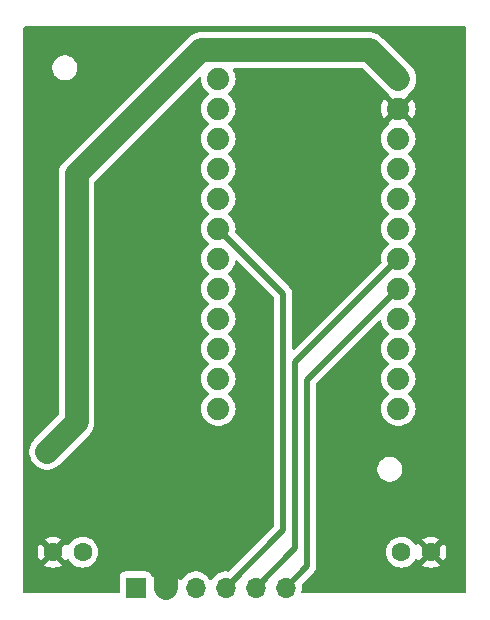
<source format=gbr>
%TF.GenerationSoftware,KiCad,Pcbnew,8.0.2-8.0.2-0~ubuntu22.04.1*%
%TF.CreationDate,2024-05-15T17:29:59+09:00*%
%TF.ProjectId,microcontroller_board,6d696372-6f63-46f6-9e74-726f6c6c6572,rev?*%
%TF.SameCoordinates,Original*%
%TF.FileFunction,Copper,L2,Bot*%
%TF.FilePolarity,Positive*%
%FSLAX46Y46*%
G04 Gerber Fmt 4.6, Leading zero omitted, Abs format (unit mm)*
G04 Created by KiCad (PCBNEW 8.0.2-8.0.2-0~ubuntu22.04.1) date 2024-05-15 17:29:59*
%MOMM*%
%LPD*%
G01*
G04 APERTURE LIST*
%TA.AperFunction,ComponentPad*%
%ADD10C,1.600000*%
%TD*%
%TA.AperFunction,ComponentPad*%
%ADD11C,1.879600*%
%TD*%
%TA.AperFunction,ComponentPad*%
%ADD12R,1.700000X1.700000*%
%TD*%
%TA.AperFunction,ComponentPad*%
%ADD13O,1.700000X1.700000*%
%TD*%
%TA.AperFunction,ViaPad*%
%ADD14C,0.800000*%
%TD*%
%TA.AperFunction,Conductor*%
%ADD15C,0.500000*%
%TD*%
%TA.AperFunction,Conductor*%
%ADD16C,2.000000*%
%TD*%
G04 APERTURE END LIST*
D10*
%TO.P,C1,1*%
%TO.N,/5V_AFTER_FUSE*%
X96500000Y-78500000D03*
%TO.P,C1,2*%
%TO.N,GND1*%
X94000000Y-78500000D03*
%TD*%
D11*
%TO.P,B1,1,TXO*%
%TO.N,unconnected-(B1-TXO-Pad1)*%
X108000000Y-38420000D03*
%TO.P,B1,2,RXI*%
%TO.N,unconnected-(B1-RXI-Pad2)*%
X108000000Y-40960000D03*
%TO.P,B1,3,GND*%
%TO.N,unconnected-(B1-GND-Pad3)*%
X108000000Y-43500000D03*
%TO.P,B1,4,GND*%
%TO.N,unconnected-(B1-GND-Pad4)*%
X108000000Y-46040000D03*
%TO.P,B1,5,2*%
%TO.N,Net-(B1-2)*%
X108000000Y-48580000D03*
%TO.P,B1,6,\u002A3*%
%TO.N,/LED_CONTROL_1*%
X108000000Y-51120000D03*
%TO.P,B1,7,4*%
%TO.N,Net-(B1-4)*%
X108000000Y-53660000D03*
%TO.P,B1,8,\u002A5*%
%TO.N,Net-(B1-\u002A5)*%
X108000000Y-56200000D03*
%TO.P,B1,9,\u002A6*%
%TO.N,unconnected-(B1-\u002A6-Pad9)*%
X108000000Y-58740000D03*
%TO.P,B1,10,7*%
%TO.N,unconnected-(B1-7-Pad10)*%
X108000000Y-61280000D03*
%TO.P,B1,11,8*%
%TO.N,unconnected-(B1-8-Pad11)*%
X108000000Y-63820000D03*
%TO.P,B1,12,\u002A9*%
%TO.N,unconnected-(B1-\u002A9-Pad12)*%
X108000000Y-66360000D03*
%TO.P,B1,13,\u002A10*%
%TO.N,unconnected-(B1-\u002A10-Pad13)*%
X123240000Y-66360000D03*
%TO.P,B1,14,11(MOSI)*%
%TO.N,unconnected-(B1-11(MOSI)-Pad14)*%
X123240000Y-63820000D03*
%TO.P,B1,15,12(MISO)*%
%TO.N,unconnected-(B1-12(MISO)-Pad15)*%
X123240000Y-61280000D03*
%TO.P,B1,16,13(SCK)*%
%TO.N,unconnected-(B1-13(SCK)-Pad16)*%
X123240000Y-58740000D03*
%TO.P,B1,17,A0*%
%TO.N,/RIGHT_SIGNAL_1*%
X123240000Y-56200000D03*
%TO.P,B1,18,A1*%
%TO.N,/LEFT_SIGNAL_1*%
X123240000Y-53660000D03*
%TO.P,B1,19,A2*%
%TO.N,unconnected-(B1-A2-Pad19)*%
X123240000Y-51120000D03*
%TO.P,B1,20,A3*%
%TO.N,unconnected-(B1-A3-Pad20)*%
X123240000Y-48580000D03*
%TO.P,B1,21,VCC*%
%TO.N,/VCC_1*%
X123240000Y-46040000D03*
%TO.P,B1,22,RESET*%
%TO.N,Net-(B1-RESET)*%
X123240000Y-43500000D03*
%TO.P,B1,23,GND*%
%TO.N,GND1*%
X123240000Y-40960000D03*
%TO.P,B1,24,RAW*%
%TO.N,+5V_1*%
X123240000Y-38420000D03*
%TD*%
D12*
%TO.P,J1,1,Pin_1*%
%TO.N,/LED_POWER_1*%
X101000000Y-81500000D03*
D13*
%TO.P,J1,2,Pin_2*%
%TO.N,GND1*%
X103540000Y-81500000D03*
%TO.P,J1,3,Pin_3*%
%TO.N,/VCC_1*%
X106080000Y-81500000D03*
%TO.P,J1,4,Pin_4*%
%TO.N,/LED_CONTROL_1*%
X108620000Y-81500000D03*
%TO.P,J1,5,Pin_5*%
%TO.N,/LEFT_SIGNAL_1*%
X111160000Y-81500000D03*
%TO.P,J1,6,Pin_6*%
%TO.N,/RIGHT_SIGNAL_1*%
X113700000Y-81500000D03*
%TD*%
D10*
%TO.P,C2,1*%
%TO.N,/VCC_1*%
X123500000Y-78500000D03*
%TO.P,C2,2*%
%TO.N,GND1*%
X126000000Y-78500000D03*
%TD*%
D14*
%TO.N,+5V_1*%
X93500000Y-70000000D03*
%TD*%
D15*
%TO.N,/LED_CONTROL_1*%
X108000000Y-51120000D02*
X113500000Y-56620000D01*
X113500000Y-76620000D02*
X108620000Y-81500000D01*
X113500000Y-56620000D02*
X113500000Y-76620000D01*
%TO.N,/LEFT_SIGNAL_1*%
X123240000Y-53660000D02*
X114500000Y-62400000D01*
X114500000Y-78160000D02*
X111160000Y-81500000D01*
X114500000Y-62400000D02*
X114500000Y-78160000D01*
D16*
%TO.N,GND1*%
X103540000Y-81500000D02*
X103540000Y-79960000D01*
X103540000Y-79960000D02*
X104000000Y-79500000D01*
D15*
%TO.N,/RIGHT_SIGNAL_1*%
X123240000Y-56200000D02*
X115500000Y-63940000D01*
X115500000Y-79700000D02*
X113700000Y-81500000D01*
X115500000Y-63940000D02*
X115500000Y-79700000D01*
D16*
%TO.N,+5V_1*%
X96000000Y-46500000D02*
X96000000Y-67500000D01*
X106500000Y-36000000D02*
X96000000Y-46500000D01*
X96000000Y-67500000D02*
X93500000Y-70000000D01*
X123240000Y-38420000D02*
X120820000Y-36000000D01*
X120820000Y-36000000D02*
X106500000Y-36000000D01*
%TD*%
%TA.AperFunction,Conductor*%
%TO.N,GND1*%
G36*
X128942121Y-34020002D02*
G01*
X128988614Y-34073658D01*
X129000000Y-34126000D01*
X129000000Y-81874000D01*
X128979998Y-81942121D01*
X128926342Y-81988614D01*
X128874000Y-82000000D01*
X115136649Y-82000000D01*
X115068528Y-81979998D01*
X115022035Y-81926342D01*
X115011931Y-81856068D01*
X115014505Y-81843068D01*
X115042125Y-81733998D01*
X115044564Y-81724368D01*
X115063156Y-81500000D01*
X115045750Y-81289951D01*
X115060059Y-81220415D01*
X115082219Y-81190460D01*
X116089165Y-80183516D01*
X116172173Y-80059285D01*
X116172174Y-80059284D01*
X116229351Y-79921246D01*
X116258500Y-79774706D01*
X116258500Y-78500000D01*
X122186502Y-78500000D01*
X122206457Y-78728086D01*
X122265715Y-78949240D01*
X122265717Y-78949246D01*
X122362477Y-79156749D01*
X122486328Y-79333627D01*
X122493802Y-79344300D01*
X122655700Y-79506198D01*
X122843251Y-79637523D01*
X123050757Y-79734284D01*
X123271913Y-79793543D01*
X123500000Y-79813498D01*
X123728087Y-79793543D01*
X123949243Y-79734284D01*
X124156749Y-79637523D01*
X124344300Y-79506198D01*
X124506198Y-79344300D01*
X124637523Y-79156749D01*
X124637523Y-79156748D01*
X124637525Y-79156746D01*
X124640274Y-79151985D01*
X124642082Y-79153028D01*
X124682990Y-79106561D01*
X124751265Y-79087095D01*
X124819227Y-79107631D01*
X124858349Y-79152779D01*
X124860161Y-79151734D01*
X124862913Y-79156501D01*
X124912899Y-79227888D01*
X125600000Y-78540788D01*
X125600000Y-78552661D01*
X125627259Y-78654394D01*
X125679920Y-78745606D01*
X125754394Y-78820080D01*
X125845606Y-78872741D01*
X125947339Y-78900000D01*
X125959210Y-78900000D01*
X125272110Y-79587098D01*
X125272110Y-79587100D01*
X125343498Y-79637086D01*
X125550926Y-79733811D01*
X125550931Y-79733813D01*
X125771999Y-79793048D01*
X125771995Y-79793048D01*
X126000000Y-79812995D01*
X126228002Y-79793048D01*
X126449068Y-79733813D01*
X126449073Y-79733811D01*
X126656497Y-79637088D01*
X126727888Y-79587099D01*
X126727888Y-79587097D01*
X126040791Y-78900000D01*
X126052661Y-78900000D01*
X126154394Y-78872741D01*
X126245606Y-78820080D01*
X126320080Y-78745606D01*
X126372741Y-78654394D01*
X126400000Y-78552661D01*
X126400000Y-78540791D01*
X127087097Y-79227888D01*
X127087099Y-79227888D01*
X127137088Y-79156497D01*
X127233811Y-78949073D01*
X127233813Y-78949068D01*
X127293048Y-78728002D01*
X127312995Y-78500000D01*
X127293048Y-78271997D01*
X127233813Y-78050931D01*
X127233811Y-78050926D01*
X127137086Y-77843498D01*
X127087100Y-77772110D01*
X127087098Y-77772110D01*
X126400000Y-78459208D01*
X126400000Y-78447339D01*
X126372741Y-78345606D01*
X126320080Y-78254394D01*
X126245606Y-78179920D01*
X126154394Y-78127259D01*
X126052661Y-78100000D01*
X126040790Y-78100000D01*
X126727888Y-77412899D01*
X126727888Y-77412898D01*
X126656501Y-77362913D01*
X126449073Y-77266188D01*
X126449068Y-77266186D01*
X126228000Y-77206951D01*
X126228004Y-77206951D01*
X126000000Y-77187004D01*
X125771997Y-77206951D01*
X125550931Y-77266186D01*
X125550926Y-77266188D01*
X125343500Y-77362913D01*
X125272109Y-77412900D01*
X125959209Y-78100000D01*
X125947339Y-78100000D01*
X125845606Y-78127259D01*
X125754394Y-78179920D01*
X125679920Y-78254394D01*
X125627259Y-78345606D01*
X125600000Y-78447339D01*
X125600000Y-78459209D01*
X124912900Y-77772109D01*
X124862912Y-77843501D01*
X124860161Y-77848267D01*
X124858288Y-77847185D01*
X124817536Y-77893455D01*
X124749256Y-77912905D01*
X124681299Y-77892352D01*
X124642018Y-77847008D01*
X124640274Y-77848015D01*
X124637525Y-77843253D01*
X124506200Y-77655703D01*
X124506195Y-77655697D01*
X124344302Y-77493804D01*
X124344296Y-77493799D01*
X124156749Y-77362477D01*
X123949246Y-77265717D01*
X123949240Y-77265715D01*
X123855771Y-77240670D01*
X123728087Y-77206457D01*
X123500000Y-77186502D01*
X123271913Y-77206457D01*
X123050759Y-77265715D01*
X123050753Y-77265717D01*
X122843250Y-77362477D01*
X122655703Y-77493799D01*
X122655697Y-77493804D01*
X122493804Y-77655697D01*
X122493799Y-77655703D01*
X122362477Y-77843250D01*
X122265717Y-78050753D01*
X122265715Y-78050759D01*
X122206457Y-78271913D01*
X122186502Y-78500000D01*
X116258500Y-78500000D01*
X116258500Y-71396532D01*
X121449500Y-71396532D01*
X121449500Y-71396535D01*
X121449500Y-71603465D01*
X121489870Y-71806420D01*
X121569059Y-71997598D01*
X121684023Y-72169655D01*
X121684024Y-72169656D01*
X121684029Y-72169662D01*
X121830337Y-72315970D01*
X121830343Y-72315975D01*
X121830345Y-72315977D01*
X122002402Y-72430941D01*
X122193580Y-72510130D01*
X122396535Y-72550500D01*
X122396536Y-72550500D01*
X122603464Y-72550500D01*
X122603465Y-72550500D01*
X122806420Y-72510130D01*
X122997598Y-72430941D01*
X123169655Y-72315977D01*
X123315977Y-72169655D01*
X123430941Y-71997598D01*
X123510130Y-71806420D01*
X123550500Y-71603465D01*
X123550500Y-71396535D01*
X123510130Y-71193580D01*
X123430941Y-71002402D01*
X123315977Y-70830345D01*
X123315975Y-70830343D01*
X123315970Y-70830337D01*
X123169662Y-70684029D01*
X123169656Y-70684024D01*
X123169655Y-70684023D01*
X122997598Y-70569059D01*
X122806420Y-70489870D01*
X122603467Y-70449500D01*
X122603465Y-70449500D01*
X122396535Y-70449500D01*
X122396532Y-70449500D01*
X122193579Y-70489870D01*
X122193574Y-70489872D01*
X122002402Y-70569059D01*
X121830343Y-70684024D01*
X121830337Y-70684029D01*
X121684029Y-70830337D01*
X121684024Y-70830343D01*
X121569059Y-71002402D01*
X121489872Y-71193574D01*
X121489870Y-71193579D01*
X121449500Y-71396532D01*
X116258500Y-71396532D01*
X116258500Y-64306370D01*
X116278502Y-64238249D01*
X116295400Y-64217280D01*
X121594577Y-58918102D01*
X121656887Y-58884078D01*
X121727702Y-58889143D01*
X121784538Y-58931690D01*
X121805814Y-58976268D01*
X121865476Y-59211870D01*
X121865477Y-59211871D01*
X121865478Y-59211874D01*
X121961892Y-59431677D01*
X122093171Y-59632613D01*
X122093174Y-59632617D01*
X122093176Y-59632619D01*
X122255725Y-59809195D01*
X122255731Y-59809201D01*
X122255734Y-59809203D01*
X122255737Y-59809206D01*
X122385967Y-59910569D01*
X122427438Y-59968194D01*
X122431171Y-60039092D01*
X122395981Y-60100754D01*
X122385967Y-60109431D01*
X122255737Y-60210793D01*
X122255725Y-60210804D01*
X122093176Y-60387380D01*
X121961892Y-60588323D01*
X121865477Y-60808128D01*
X121865476Y-60808129D01*
X121806558Y-61040793D01*
X121786736Y-61280000D01*
X121806558Y-61519206D01*
X121865476Y-61751870D01*
X121865477Y-61751871D01*
X121865478Y-61751874D01*
X121961892Y-61971677D01*
X122093171Y-62172613D01*
X122093174Y-62172617D01*
X122093176Y-62172619D01*
X122255725Y-62349195D01*
X122255731Y-62349201D01*
X122255734Y-62349203D01*
X122255737Y-62349206D01*
X122385967Y-62450569D01*
X122427438Y-62508194D01*
X122431171Y-62579092D01*
X122395981Y-62640754D01*
X122385967Y-62649431D01*
X122255737Y-62750793D01*
X122255725Y-62750804D01*
X122093176Y-62927380D01*
X122093172Y-62927385D01*
X122093171Y-62927387D01*
X121974635Y-63108819D01*
X121961892Y-63128323D01*
X121865477Y-63348128D01*
X121865476Y-63348129D01*
X121806558Y-63580793D01*
X121786736Y-63820000D01*
X121806558Y-64059206D01*
X121865476Y-64291870D01*
X121865477Y-64291871D01*
X121865478Y-64291874D01*
X121961892Y-64511677D01*
X122093171Y-64712613D01*
X122093174Y-64712617D01*
X122093176Y-64712619D01*
X122255725Y-64889195D01*
X122255731Y-64889201D01*
X122255734Y-64889203D01*
X122255737Y-64889206D01*
X122385967Y-64990569D01*
X122427438Y-65048194D01*
X122431171Y-65119092D01*
X122395981Y-65180754D01*
X122385967Y-65189431D01*
X122255737Y-65290793D01*
X122255725Y-65290804D01*
X122093176Y-65467380D01*
X121961892Y-65668323D01*
X121865477Y-65888128D01*
X121865476Y-65888129D01*
X121806558Y-66120793D01*
X121786736Y-66360000D01*
X121806558Y-66599206D01*
X121865476Y-66831870D01*
X121865477Y-66831871D01*
X121865478Y-66831874D01*
X121961892Y-67051677D01*
X122093171Y-67252613D01*
X122093174Y-67252617D01*
X122093176Y-67252619D01*
X122255725Y-67429195D01*
X122255731Y-67429201D01*
X122445140Y-67576624D01*
X122656231Y-67690860D01*
X122883245Y-67768795D01*
X123119990Y-67808300D01*
X123119994Y-67808300D01*
X123360006Y-67808300D01*
X123360010Y-67808300D01*
X123596755Y-67768795D01*
X123823769Y-67690860D01*
X124034860Y-67576624D01*
X124224269Y-67429201D01*
X124386829Y-67252613D01*
X124518108Y-67051677D01*
X124614522Y-66831874D01*
X124673443Y-66599199D01*
X124693264Y-66360000D01*
X124673443Y-66120801D01*
X124614522Y-65888126D01*
X124518108Y-65668323D01*
X124386829Y-65467387D01*
X124224269Y-65290799D01*
X124094031Y-65189430D01*
X124052561Y-65131807D01*
X124048827Y-65060908D01*
X124084017Y-64999246D01*
X124094031Y-64990569D01*
X124224269Y-64889201D01*
X124386829Y-64712613D01*
X124518108Y-64511677D01*
X124614522Y-64291874D01*
X124673443Y-64059199D01*
X124693264Y-63820000D01*
X124673443Y-63580801D01*
X124614522Y-63348126D01*
X124518108Y-63128323D01*
X124386829Y-62927387D01*
X124355839Y-62893723D01*
X124224274Y-62750804D01*
X124224272Y-62750802D01*
X124224269Y-62750799D01*
X124094031Y-62649430D01*
X124052561Y-62591807D01*
X124048827Y-62520908D01*
X124084017Y-62459246D01*
X124094031Y-62450569D01*
X124224269Y-62349201D01*
X124386829Y-62172613D01*
X124518108Y-61971677D01*
X124614522Y-61751874D01*
X124673443Y-61519199D01*
X124693264Y-61280000D01*
X124673443Y-61040801D01*
X124614522Y-60808126D01*
X124518108Y-60588323D01*
X124386829Y-60387387D01*
X124224269Y-60210799D01*
X124094031Y-60109430D01*
X124052561Y-60051807D01*
X124048827Y-59980908D01*
X124084017Y-59919246D01*
X124094031Y-59910569D01*
X124224269Y-59809201D01*
X124386829Y-59632613D01*
X124518108Y-59431677D01*
X124614522Y-59211874D01*
X124673443Y-58979199D01*
X124693264Y-58740000D01*
X124673443Y-58500801D01*
X124614522Y-58268126D01*
X124518108Y-58048323D01*
X124386829Y-57847387D01*
X124224269Y-57670799D01*
X124094031Y-57569430D01*
X124052561Y-57511807D01*
X124048827Y-57440908D01*
X124084017Y-57379246D01*
X124094031Y-57370569D01*
X124224269Y-57269201D01*
X124386829Y-57092613D01*
X124518108Y-56891677D01*
X124614522Y-56671874D01*
X124673443Y-56439199D01*
X124693264Y-56200000D01*
X124673443Y-55960801D01*
X124614522Y-55728126D01*
X124518108Y-55508323D01*
X124386829Y-55307387D01*
X124224269Y-55130799D01*
X124094031Y-55029430D01*
X124052561Y-54971807D01*
X124048827Y-54900908D01*
X124084017Y-54839246D01*
X124094031Y-54830569D01*
X124224269Y-54729201D01*
X124386829Y-54552613D01*
X124518108Y-54351677D01*
X124614522Y-54131874D01*
X124673443Y-53899199D01*
X124693264Y-53660000D01*
X124673443Y-53420801D01*
X124614522Y-53188126D01*
X124518108Y-52968323D01*
X124386829Y-52767387D01*
X124224269Y-52590799D01*
X124094031Y-52489430D01*
X124052561Y-52431807D01*
X124048827Y-52360908D01*
X124084017Y-52299246D01*
X124094031Y-52290569D01*
X124224269Y-52189201D01*
X124386829Y-52012613D01*
X124518108Y-51811677D01*
X124614522Y-51591874D01*
X124673443Y-51359199D01*
X124693264Y-51120000D01*
X124673443Y-50880801D01*
X124614522Y-50648126D01*
X124518108Y-50428323D01*
X124386829Y-50227387D01*
X124224269Y-50050799D01*
X124094031Y-49949430D01*
X124052561Y-49891807D01*
X124048827Y-49820908D01*
X124084017Y-49759246D01*
X124094031Y-49750569D01*
X124224269Y-49649201D01*
X124386829Y-49472613D01*
X124518108Y-49271677D01*
X124614522Y-49051874D01*
X124673443Y-48819199D01*
X124693264Y-48580000D01*
X124673443Y-48340801D01*
X124614522Y-48108126D01*
X124518108Y-47888323D01*
X124386829Y-47687387D01*
X124224269Y-47510799D01*
X124094031Y-47409430D01*
X124052561Y-47351807D01*
X124048827Y-47280908D01*
X124084017Y-47219246D01*
X124094031Y-47210569D01*
X124224269Y-47109201D01*
X124386829Y-46932613D01*
X124518108Y-46731677D01*
X124614522Y-46511874D01*
X124673443Y-46279199D01*
X124693264Y-46040000D01*
X124673443Y-45800801D01*
X124614522Y-45568126D01*
X124518108Y-45348323D01*
X124386829Y-45147387D01*
X124224269Y-44970799D01*
X124094031Y-44869430D01*
X124052561Y-44811807D01*
X124048827Y-44740908D01*
X124084017Y-44679246D01*
X124094031Y-44670569D01*
X124224269Y-44569201D01*
X124386829Y-44392613D01*
X124518108Y-44191677D01*
X124614522Y-43971874D01*
X124673443Y-43739199D01*
X124693264Y-43500000D01*
X124673443Y-43260801D01*
X124614522Y-43028126D01*
X124518108Y-42808323D01*
X124386829Y-42607387D01*
X124224269Y-42430799D01*
X124093623Y-42329113D01*
X124052153Y-42271488D01*
X124048419Y-42200590D01*
X124068672Y-42165100D01*
X124069679Y-42148888D01*
X123371481Y-41450690D01*
X123436081Y-41433381D01*
X123551920Y-41366502D01*
X123646502Y-41271920D01*
X123713381Y-41156081D01*
X123730690Y-41091481D01*
X124427955Y-41788746D01*
X124427956Y-41788746D01*
X124517667Y-41651434D01*
X124614045Y-41431714D01*
X124614048Y-41431707D01*
X124672946Y-41199124D01*
X124692761Y-40960000D01*
X124672946Y-40720875D01*
X124614048Y-40488292D01*
X124614045Y-40488285D01*
X124517667Y-40268565D01*
X124427956Y-40131252D01*
X123730690Y-40828518D01*
X123713381Y-40763919D01*
X123646502Y-40648080D01*
X123551920Y-40553498D01*
X123436081Y-40486619D01*
X123371480Y-40469309D01*
X124069677Y-39771111D01*
X124068661Y-39754735D01*
X124084403Y-39685506D01*
X124120354Y-39644994D01*
X124222722Y-39570620D01*
X124390620Y-39402722D01*
X124530185Y-39210627D01*
X124637982Y-38999063D01*
X124711356Y-38773241D01*
X124748501Y-38538722D01*
X124748501Y-38301278D01*
X124711356Y-38066759D01*
X124637982Y-37840937D01*
X124530185Y-37629373D01*
X124390620Y-37437279D01*
X124390618Y-37437276D01*
X124390615Y-37437273D01*
X121975030Y-35021689D01*
X121975010Y-35021667D01*
X121802727Y-34849384D01*
X121802724Y-34849382D01*
X121802722Y-34849380D01*
X121610627Y-34709815D01*
X121399063Y-34602018D01*
X121399060Y-34602017D01*
X121399058Y-34602016D01*
X121173245Y-34528645D01*
X121173243Y-34528644D01*
X121173241Y-34528644D01*
X120938722Y-34491499D01*
X120701278Y-34491499D01*
X120696085Y-34491499D01*
X120696061Y-34491500D01*
X106381278Y-34491500D01*
X106146759Y-34528644D01*
X106146753Y-34528645D01*
X105920941Y-34602016D01*
X105920935Y-34602019D01*
X105709369Y-34709817D01*
X105517277Y-34849380D01*
X105433329Y-34933329D01*
X105349380Y-35017278D01*
X105349377Y-35017281D01*
X95017281Y-45349377D01*
X95017278Y-45349380D01*
X94933329Y-45433329D01*
X94849380Y-45517277D01*
X94812437Y-45568126D01*
X94709817Y-45709369D01*
X94602019Y-45920935D01*
X94602016Y-45920941D01*
X94528645Y-46146754D01*
X94491499Y-46381281D01*
X94491499Y-46623914D01*
X94491500Y-46623939D01*
X94491500Y-66822968D01*
X94471498Y-66891089D01*
X94454595Y-66912063D01*
X92349384Y-69017273D01*
X92349381Y-69017276D01*
X92209817Y-69209369D01*
X92102019Y-69420935D01*
X92102016Y-69420941D01*
X92028645Y-69646754D01*
X92028644Y-69646757D01*
X92028644Y-69646759D01*
X91991499Y-69881278D01*
X91991499Y-70118722D01*
X92028644Y-70353241D01*
X92028645Y-70353245D01*
X92098767Y-70569059D01*
X92102018Y-70579063D01*
X92155501Y-70684029D01*
X92209817Y-70790630D01*
X92349381Y-70982723D01*
X92517276Y-71150618D01*
X92517279Y-71150620D01*
X92709373Y-71290185D01*
X92920937Y-71397982D01*
X93146759Y-71471356D01*
X93381278Y-71508501D01*
X93381281Y-71508501D01*
X93618719Y-71508501D01*
X93618722Y-71508501D01*
X93853241Y-71471356D01*
X94079063Y-71397982D01*
X94290627Y-71290185D01*
X94482721Y-71150620D01*
X96975540Y-68657799D01*
X96975553Y-68657789D01*
X97150615Y-68482727D01*
X97150620Y-68482722D01*
X97290185Y-68290627D01*
X97397982Y-68079063D01*
X97471356Y-67853241D01*
X97497075Y-67690860D01*
X97508501Y-67618722D01*
X97508501Y-67381278D01*
X97508501Y-67376821D01*
X97508500Y-67376791D01*
X97508500Y-47177030D01*
X97528502Y-47108909D01*
X97545400Y-47087940D01*
X106333810Y-38299529D01*
X106396120Y-38265505D01*
X106466935Y-38270570D01*
X106523771Y-38313117D01*
X106548582Y-38379637D01*
X106548473Y-38399027D01*
X106546736Y-38419996D01*
X106546736Y-38420000D01*
X106556573Y-38538718D01*
X106566558Y-38659206D01*
X106625476Y-38891870D01*
X106625477Y-38891871D01*
X106625478Y-38891874D01*
X106721892Y-39111677D01*
X106853171Y-39312613D01*
X106853174Y-39312617D01*
X106853176Y-39312619D01*
X106936126Y-39402727D01*
X107015731Y-39489201D01*
X107015734Y-39489203D01*
X107015737Y-39489206D01*
X107145967Y-39590569D01*
X107187438Y-39648194D01*
X107191171Y-39719092D01*
X107155981Y-39780754D01*
X107145967Y-39789431D01*
X107015737Y-39890793D01*
X107015725Y-39890804D01*
X106853176Y-40067380D01*
X106853172Y-40067385D01*
X106853171Y-40067387D01*
X106811446Y-40131252D01*
X106721892Y-40268323D01*
X106625477Y-40488128D01*
X106625476Y-40488129D01*
X106566558Y-40720793D01*
X106546736Y-40960000D01*
X106566558Y-41199206D01*
X106625476Y-41431870D01*
X106625477Y-41431871D01*
X106625478Y-41431874D01*
X106721892Y-41651677D01*
X106853171Y-41852613D01*
X106853174Y-41852617D01*
X106853176Y-41852619D01*
X107015725Y-42029195D01*
X107015731Y-42029201D01*
X107015734Y-42029203D01*
X107015737Y-42029206D01*
X107145967Y-42130569D01*
X107187438Y-42188194D01*
X107191171Y-42259092D01*
X107155981Y-42320754D01*
X107145967Y-42329431D01*
X107015737Y-42430793D01*
X107015725Y-42430804D01*
X106853176Y-42607380D01*
X106721892Y-42808323D01*
X106625477Y-43028128D01*
X106625476Y-43028129D01*
X106566558Y-43260793D01*
X106546736Y-43500000D01*
X106566558Y-43739206D01*
X106625476Y-43971870D01*
X106625477Y-43971871D01*
X106625478Y-43971874D01*
X106721892Y-44191677D01*
X106853171Y-44392613D01*
X106853174Y-44392617D01*
X106853176Y-44392619D01*
X107015725Y-44569195D01*
X107015731Y-44569201D01*
X107015734Y-44569203D01*
X107015737Y-44569206D01*
X107145967Y-44670569D01*
X107187438Y-44728194D01*
X107191171Y-44799092D01*
X107155981Y-44860754D01*
X107145967Y-44869431D01*
X107015737Y-44970793D01*
X107015725Y-44970804D01*
X106853176Y-45147380D01*
X106721892Y-45348323D01*
X106625478Y-45568126D01*
X106566558Y-45800793D01*
X106566557Y-45800799D01*
X106566557Y-45800801D01*
X106546736Y-46040000D01*
X106555582Y-46146759D01*
X106566558Y-46279206D01*
X106625476Y-46511870D01*
X106625477Y-46511871D01*
X106625478Y-46511874D01*
X106721892Y-46731677D01*
X106853171Y-46932613D01*
X106853174Y-46932617D01*
X106853176Y-46932619D01*
X106996154Y-47087935D01*
X107015731Y-47109201D01*
X107015734Y-47109203D01*
X107015737Y-47109206D01*
X107145967Y-47210569D01*
X107187438Y-47268194D01*
X107191171Y-47339092D01*
X107155981Y-47400754D01*
X107145967Y-47409431D01*
X107015737Y-47510793D01*
X107015725Y-47510804D01*
X106853176Y-47687380D01*
X106721892Y-47888323D01*
X106625477Y-48108128D01*
X106625476Y-48108129D01*
X106566558Y-48340793D01*
X106546736Y-48580000D01*
X106566558Y-48819206D01*
X106625476Y-49051870D01*
X106625477Y-49051871D01*
X106625478Y-49051874D01*
X106721892Y-49271677D01*
X106853171Y-49472613D01*
X106853174Y-49472617D01*
X106853176Y-49472619D01*
X107015725Y-49649195D01*
X107015731Y-49649201D01*
X107015734Y-49649203D01*
X107015737Y-49649206D01*
X107145967Y-49750569D01*
X107187438Y-49808194D01*
X107191171Y-49879092D01*
X107155981Y-49940754D01*
X107145967Y-49949431D01*
X107015737Y-50050793D01*
X107015725Y-50050804D01*
X106853176Y-50227380D01*
X106721892Y-50428323D01*
X106625477Y-50648128D01*
X106625476Y-50648129D01*
X106566558Y-50880793D01*
X106546736Y-51120000D01*
X106566558Y-51359206D01*
X106625476Y-51591870D01*
X106625477Y-51591871D01*
X106625478Y-51591874D01*
X106721892Y-51811677D01*
X106853171Y-52012613D01*
X106853174Y-52012617D01*
X106853176Y-52012619D01*
X107015725Y-52189195D01*
X107015731Y-52189201D01*
X107015734Y-52189203D01*
X107015737Y-52189206D01*
X107145967Y-52290569D01*
X107187438Y-52348194D01*
X107191171Y-52419092D01*
X107155981Y-52480754D01*
X107145967Y-52489431D01*
X107015737Y-52590793D01*
X107015725Y-52590804D01*
X106853176Y-52767380D01*
X106721892Y-52968323D01*
X106625477Y-53188128D01*
X106625476Y-53188129D01*
X106566558Y-53420793D01*
X106566557Y-53420799D01*
X106566557Y-53420801D01*
X106546736Y-53660000D01*
X106566314Y-53896269D01*
X106566558Y-53899206D01*
X106625476Y-54131870D01*
X106625477Y-54131871D01*
X106625478Y-54131874D01*
X106721892Y-54351677D01*
X106853171Y-54552613D01*
X106853174Y-54552617D01*
X106853176Y-54552619D01*
X107015725Y-54729195D01*
X107015731Y-54729201D01*
X107015734Y-54729203D01*
X107015737Y-54729206D01*
X107145967Y-54830569D01*
X107187438Y-54888194D01*
X107191171Y-54959092D01*
X107155981Y-55020754D01*
X107145967Y-55029431D01*
X107015737Y-55130793D01*
X107015725Y-55130804D01*
X106853176Y-55307380D01*
X106721892Y-55508323D01*
X106625477Y-55728128D01*
X106625476Y-55728129D01*
X106566558Y-55960793D01*
X106566557Y-55960799D01*
X106566557Y-55960801D01*
X106546736Y-56200000D01*
X106566314Y-56436271D01*
X106566558Y-56439206D01*
X106625476Y-56671870D01*
X106625477Y-56671871D01*
X106625478Y-56671874D01*
X106721892Y-56891677D01*
X106853171Y-57092613D01*
X106853174Y-57092617D01*
X106853176Y-57092619D01*
X107015725Y-57269195D01*
X107015731Y-57269201D01*
X107015734Y-57269203D01*
X107015737Y-57269206D01*
X107145967Y-57370569D01*
X107187438Y-57428194D01*
X107191171Y-57499092D01*
X107155981Y-57560754D01*
X107145967Y-57569431D01*
X107015737Y-57670793D01*
X107015725Y-57670804D01*
X106853176Y-57847380D01*
X106721892Y-58048323D01*
X106625477Y-58268128D01*
X106625476Y-58268129D01*
X106566558Y-58500793D01*
X106566557Y-58500799D01*
X106566557Y-58500801D01*
X106546736Y-58740000D01*
X106566314Y-58976268D01*
X106566558Y-58979206D01*
X106625476Y-59211870D01*
X106625477Y-59211871D01*
X106625478Y-59211874D01*
X106721892Y-59431677D01*
X106853171Y-59632613D01*
X106853174Y-59632617D01*
X106853176Y-59632619D01*
X107015725Y-59809195D01*
X107015731Y-59809201D01*
X107015734Y-59809203D01*
X107015737Y-59809206D01*
X107145967Y-59910569D01*
X107187438Y-59968194D01*
X107191171Y-60039092D01*
X107155981Y-60100754D01*
X107145967Y-60109431D01*
X107015737Y-60210793D01*
X107015725Y-60210804D01*
X106853176Y-60387380D01*
X106721892Y-60588323D01*
X106625477Y-60808128D01*
X106625476Y-60808129D01*
X106566558Y-61040793D01*
X106546736Y-61280000D01*
X106566558Y-61519206D01*
X106625476Y-61751870D01*
X106625477Y-61751871D01*
X106625478Y-61751874D01*
X106721892Y-61971677D01*
X106853171Y-62172613D01*
X106853174Y-62172617D01*
X106853176Y-62172619D01*
X107015725Y-62349195D01*
X107015731Y-62349201D01*
X107015734Y-62349203D01*
X107015737Y-62349206D01*
X107145967Y-62450569D01*
X107187438Y-62508194D01*
X107191171Y-62579092D01*
X107155981Y-62640754D01*
X107145967Y-62649431D01*
X107015737Y-62750793D01*
X107015725Y-62750804D01*
X106853176Y-62927380D01*
X106853172Y-62927385D01*
X106853171Y-62927387D01*
X106734635Y-63108819D01*
X106721892Y-63128323D01*
X106625477Y-63348128D01*
X106625476Y-63348129D01*
X106566558Y-63580793D01*
X106546736Y-63820000D01*
X106566558Y-64059206D01*
X106625476Y-64291870D01*
X106625477Y-64291871D01*
X106625478Y-64291874D01*
X106721892Y-64511677D01*
X106853171Y-64712613D01*
X106853174Y-64712617D01*
X106853176Y-64712619D01*
X107015725Y-64889195D01*
X107015731Y-64889201D01*
X107015734Y-64889203D01*
X107015737Y-64889206D01*
X107145967Y-64990569D01*
X107187438Y-65048194D01*
X107191171Y-65119092D01*
X107155981Y-65180754D01*
X107145967Y-65189431D01*
X107015737Y-65290793D01*
X107015725Y-65290804D01*
X106853176Y-65467380D01*
X106721892Y-65668323D01*
X106625477Y-65888128D01*
X106625476Y-65888129D01*
X106566558Y-66120793D01*
X106546736Y-66360000D01*
X106566558Y-66599206D01*
X106625476Y-66831870D01*
X106625477Y-66831871D01*
X106625478Y-66831874D01*
X106721892Y-67051677D01*
X106853171Y-67252613D01*
X106853174Y-67252617D01*
X106853176Y-67252619D01*
X107015725Y-67429195D01*
X107015731Y-67429201D01*
X107205140Y-67576624D01*
X107416231Y-67690860D01*
X107643245Y-67768795D01*
X107879990Y-67808300D01*
X107879994Y-67808300D01*
X108120006Y-67808300D01*
X108120010Y-67808300D01*
X108356755Y-67768795D01*
X108583769Y-67690860D01*
X108794860Y-67576624D01*
X108984269Y-67429201D01*
X109146829Y-67252613D01*
X109278108Y-67051677D01*
X109374522Y-66831874D01*
X109433443Y-66599199D01*
X109453264Y-66360000D01*
X109433443Y-66120801D01*
X109374522Y-65888126D01*
X109278108Y-65668323D01*
X109146829Y-65467387D01*
X108984269Y-65290799D01*
X108854031Y-65189430D01*
X108812561Y-65131807D01*
X108808827Y-65060908D01*
X108844017Y-64999246D01*
X108854031Y-64990569D01*
X108984269Y-64889201D01*
X109146829Y-64712613D01*
X109278108Y-64511677D01*
X109374522Y-64291874D01*
X109433443Y-64059199D01*
X109453264Y-63820000D01*
X109433443Y-63580801D01*
X109374522Y-63348126D01*
X109278108Y-63128323D01*
X109146829Y-62927387D01*
X109115839Y-62893723D01*
X108984274Y-62750804D01*
X108984272Y-62750802D01*
X108984269Y-62750799D01*
X108854031Y-62649430D01*
X108812561Y-62591807D01*
X108808827Y-62520908D01*
X108844017Y-62459246D01*
X108854031Y-62450569D01*
X108984269Y-62349201D01*
X109146829Y-62172613D01*
X109278108Y-61971677D01*
X109374522Y-61751874D01*
X109433443Y-61519199D01*
X109453264Y-61280000D01*
X109433443Y-61040801D01*
X109374522Y-60808126D01*
X109278108Y-60588323D01*
X109146829Y-60387387D01*
X108984269Y-60210799D01*
X108854031Y-60109430D01*
X108812561Y-60051807D01*
X108808827Y-59980908D01*
X108844017Y-59919246D01*
X108854031Y-59910569D01*
X108984269Y-59809201D01*
X109146829Y-59632613D01*
X109278108Y-59431677D01*
X109374522Y-59211874D01*
X109433443Y-58979199D01*
X109453264Y-58740000D01*
X109433443Y-58500801D01*
X109374522Y-58268126D01*
X109278108Y-58048323D01*
X109146829Y-57847387D01*
X108984269Y-57670799D01*
X108854031Y-57569430D01*
X108812561Y-57511807D01*
X108808827Y-57440908D01*
X108844017Y-57379246D01*
X108854031Y-57370569D01*
X108984269Y-57269201D01*
X109146829Y-57092613D01*
X109278108Y-56891677D01*
X109374522Y-56671874D01*
X109433443Y-56439199D01*
X109453264Y-56200000D01*
X109433443Y-55960801D01*
X109374522Y-55728126D01*
X109278108Y-55508323D01*
X109146829Y-55307387D01*
X108984269Y-55130799D01*
X108854031Y-55029430D01*
X108812561Y-54971807D01*
X108808827Y-54900908D01*
X108844017Y-54839246D01*
X108854031Y-54830569D01*
X108984269Y-54729201D01*
X109146829Y-54552613D01*
X109278108Y-54351677D01*
X109374522Y-54131874D01*
X109433443Y-53899199D01*
X109433443Y-53899193D01*
X109434184Y-53896269D01*
X109470297Y-53835143D01*
X109533724Y-53803244D01*
X109604328Y-53810701D01*
X109645424Y-53838105D01*
X112704595Y-56897276D01*
X112738621Y-56959588D01*
X112741500Y-56986371D01*
X112741500Y-76253628D01*
X112721498Y-76321749D01*
X112704595Y-76342723D01*
X108926904Y-80120413D01*
X108864592Y-80154439D01*
X108817072Y-80155600D01*
X108771577Y-80148009D01*
X108732569Y-80141500D01*
X108507431Y-80141500D01*
X108362971Y-80165606D01*
X108285369Y-80178555D01*
X108285360Y-80178557D01*
X108072428Y-80251656D01*
X108072426Y-80251658D01*
X107874426Y-80358810D01*
X107874424Y-80358811D01*
X107696762Y-80497091D01*
X107544279Y-80662729D01*
X107455483Y-80798643D01*
X107401479Y-80844731D01*
X107331131Y-80854306D01*
X107266774Y-80824329D01*
X107244517Y-80798643D01*
X107155720Y-80662729D01*
X107039570Y-80536559D01*
X107003240Y-80497094D01*
X107003239Y-80497093D01*
X107003237Y-80497091D01*
X106883367Y-80403792D01*
X106825576Y-80358811D01*
X106627574Y-80251658D01*
X106627572Y-80251657D01*
X106627571Y-80251656D01*
X106414639Y-80178557D01*
X106414630Y-80178555D01*
X106337029Y-80165606D01*
X106192569Y-80141500D01*
X105967431Y-80141500D01*
X105822971Y-80165606D01*
X105745369Y-80178555D01*
X105745360Y-80178557D01*
X105532428Y-80251656D01*
X105532426Y-80251658D01*
X105334426Y-80358810D01*
X105334424Y-80358811D01*
X105156762Y-80497091D01*
X105004279Y-80662729D01*
X104915183Y-80799101D01*
X104861179Y-80845189D01*
X104790831Y-80854764D01*
X104726474Y-80824786D01*
X104704217Y-80799100D01*
X104615327Y-80663044D01*
X104462902Y-80497465D01*
X104285301Y-80359232D01*
X104285300Y-80359231D01*
X104087371Y-80252117D01*
X104087369Y-80252116D01*
X103874512Y-80179043D01*
X103874501Y-80179040D01*
X103794000Y-80165606D01*
X103794000Y-81069297D01*
X103732993Y-81034075D01*
X103605826Y-81000000D01*
X103474174Y-81000000D01*
X103347007Y-81034075D01*
X103286000Y-81069297D01*
X103286000Y-80165607D01*
X103285999Y-80165606D01*
X103205498Y-80179040D01*
X103205487Y-80179043D01*
X102992630Y-80252116D01*
X102992628Y-80252117D01*
X102794699Y-80359231D01*
X102794698Y-80359232D01*
X102617096Y-80497465D01*
X102555951Y-80563888D01*
X102495098Y-80600459D01*
X102424134Y-80598324D01*
X102365588Y-80558163D01*
X102345195Y-80522583D01*
X102300889Y-80403796D01*
X102300887Y-80403792D01*
X102213261Y-80286738D01*
X102096207Y-80199112D01*
X102096202Y-80199110D01*
X101959204Y-80148011D01*
X101959196Y-80148009D01*
X101898649Y-80141500D01*
X101898638Y-80141500D01*
X100101362Y-80141500D01*
X100101350Y-80141500D01*
X100040803Y-80148009D01*
X100040795Y-80148011D01*
X99903797Y-80199110D01*
X99903792Y-80199112D01*
X99786738Y-80286738D01*
X99699112Y-80403792D01*
X99699110Y-80403797D01*
X99648011Y-80540795D01*
X99648009Y-80540803D01*
X99641500Y-80601350D01*
X99641500Y-81874000D01*
X99621498Y-81942121D01*
X99567842Y-81988614D01*
X99515500Y-82000000D01*
X91626000Y-82000000D01*
X91557879Y-81979998D01*
X91511386Y-81926342D01*
X91500000Y-81874000D01*
X91500000Y-78500000D01*
X92687004Y-78500000D01*
X92706951Y-78728002D01*
X92766186Y-78949068D01*
X92766188Y-78949073D01*
X92862913Y-79156501D01*
X92912899Y-79227888D01*
X93600000Y-78540788D01*
X93600000Y-78552661D01*
X93627259Y-78654394D01*
X93679920Y-78745606D01*
X93754394Y-78820080D01*
X93845606Y-78872741D01*
X93947339Y-78900000D01*
X93959210Y-78900000D01*
X93272110Y-79587098D01*
X93272110Y-79587100D01*
X93343498Y-79637086D01*
X93550926Y-79733811D01*
X93550931Y-79733813D01*
X93771999Y-79793048D01*
X93771995Y-79793048D01*
X94000000Y-79812995D01*
X94228002Y-79793048D01*
X94449068Y-79733813D01*
X94449073Y-79733811D01*
X94656497Y-79637088D01*
X94727888Y-79587099D01*
X94727888Y-79587097D01*
X94040791Y-78900000D01*
X94052661Y-78900000D01*
X94154394Y-78872741D01*
X94245606Y-78820080D01*
X94320080Y-78745606D01*
X94372741Y-78654394D01*
X94400000Y-78552661D01*
X94400000Y-78540791D01*
X95087097Y-79227888D01*
X95087099Y-79227888D01*
X95137088Y-79156496D01*
X95139841Y-79151730D01*
X95141729Y-79152820D01*
X95182384Y-79106594D01*
X95250651Y-79087094D01*
X95318622Y-79107597D01*
X95357989Y-79152987D01*
X95359726Y-79151985D01*
X95362474Y-79156746D01*
X95493799Y-79344296D01*
X95493802Y-79344300D01*
X95655700Y-79506198D01*
X95843251Y-79637523D01*
X96050757Y-79734284D01*
X96271913Y-79793543D01*
X96500000Y-79813498D01*
X96728087Y-79793543D01*
X96949243Y-79734284D01*
X97156749Y-79637523D01*
X97344300Y-79506198D01*
X97506198Y-79344300D01*
X97637523Y-79156749D01*
X97734284Y-78949243D01*
X97793543Y-78728087D01*
X97813498Y-78500000D01*
X97793543Y-78271913D01*
X97734284Y-78050757D01*
X97637523Y-77843251D01*
X97506198Y-77655700D01*
X97344300Y-77493802D01*
X97228757Y-77412898D01*
X97156749Y-77362477D01*
X96949246Y-77265717D01*
X96949240Y-77265715D01*
X96855771Y-77240670D01*
X96728087Y-77206457D01*
X96500000Y-77186502D01*
X96271913Y-77206457D01*
X96050759Y-77265715D01*
X96050753Y-77265717D01*
X95843250Y-77362477D01*
X95655703Y-77493799D01*
X95655697Y-77493804D01*
X95493804Y-77655697D01*
X95493799Y-77655703D01*
X95362474Y-77843253D01*
X95359726Y-77848015D01*
X95357931Y-77846978D01*
X95316942Y-77893480D01*
X95248653Y-77912903D01*
X95180705Y-77892324D01*
X95141655Y-77847217D01*
X95139839Y-77848266D01*
X95137086Y-77843498D01*
X95087100Y-77772110D01*
X95087098Y-77772110D01*
X94400000Y-78459208D01*
X94400000Y-78447339D01*
X94372741Y-78345606D01*
X94320080Y-78254394D01*
X94245606Y-78179920D01*
X94154394Y-78127259D01*
X94052661Y-78100000D01*
X94040790Y-78100000D01*
X94727888Y-77412899D01*
X94727888Y-77412898D01*
X94656501Y-77362913D01*
X94449073Y-77266188D01*
X94449068Y-77266186D01*
X94228000Y-77206951D01*
X94228004Y-77206951D01*
X94000000Y-77187004D01*
X93771997Y-77206951D01*
X93550931Y-77266186D01*
X93550926Y-77266188D01*
X93343500Y-77362913D01*
X93272109Y-77412900D01*
X93959209Y-78100000D01*
X93947339Y-78100000D01*
X93845606Y-78127259D01*
X93754394Y-78179920D01*
X93679920Y-78254394D01*
X93627259Y-78345606D01*
X93600000Y-78447339D01*
X93600000Y-78459209D01*
X92912900Y-77772109D01*
X92862913Y-77843500D01*
X92766188Y-78050926D01*
X92766186Y-78050931D01*
X92706951Y-78271997D01*
X92687004Y-78500000D01*
X91500000Y-78500000D01*
X91500000Y-37396532D01*
X93949500Y-37396532D01*
X93949500Y-37603467D01*
X93989870Y-37806420D01*
X94069059Y-37997598D01*
X94115271Y-38066759D01*
X94184024Y-38169656D01*
X94184029Y-38169662D01*
X94330337Y-38315970D01*
X94330343Y-38315975D01*
X94330345Y-38315977D01*
X94502402Y-38430941D01*
X94693580Y-38510130D01*
X94896535Y-38550500D01*
X94896536Y-38550500D01*
X95103464Y-38550500D01*
X95103465Y-38550500D01*
X95306420Y-38510130D01*
X95497598Y-38430941D01*
X95669655Y-38315977D01*
X95815977Y-38169655D01*
X95930941Y-37997598D01*
X96010130Y-37806420D01*
X96050500Y-37603465D01*
X96050500Y-37396535D01*
X96010130Y-37193580D01*
X95930941Y-37002402D01*
X95815977Y-36830345D01*
X95815975Y-36830343D01*
X95815970Y-36830337D01*
X95669662Y-36684029D01*
X95669656Y-36684024D01*
X95669655Y-36684023D01*
X95497598Y-36569059D01*
X95306420Y-36489870D01*
X95103467Y-36449500D01*
X95103465Y-36449500D01*
X94896535Y-36449500D01*
X94896532Y-36449500D01*
X94693579Y-36489870D01*
X94693574Y-36489872D01*
X94502402Y-36569059D01*
X94330343Y-36684024D01*
X94330337Y-36684029D01*
X94184029Y-36830337D01*
X94184024Y-36830343D01*
X94069059Y-37002402D01*
X93989872Y-37193574D01*
X93989870Y-37193579D01*
X93949500Y-37396532D01*
X91500000Y-37396532D01*
X91500000Y-34126000D01*
X91520002Y-34057879D01*
X91573658Y-34011386D01*
X91626000Y-34000000D01*
X128874000Y-34000000D01*
X128942121Y-34020002D01*
G37*
%TD.AperFunction*%
%TA.AperFunction,Conductor*%
G36*
X120211090Y-37528502D02*
G01*
X120232064Y-37545405D01*
X122257273Y-39570615D01*
X122257276Y-39570617D01*
X122257279Y-39570620D01*
X122359639Y-39644989D01*
X122402993Y-39701211D01*
X122411336Y-39754732D01*
X122410319Y-39771110D01*
X123108518Y-40469309D01*
X123043919Y-40486619D01*
X122928080Y-40553498D01*
X122833498Y-40648080D01*
X122766619Y-40763919D01*
X122749309Y-40828518D01*
X122052042Y-40131251D01*
X122052041Y-40131252D01*
X121962338Y-40268553D01*
X121962331Y-40268567D01*
X121865954Y-40488285D01*
X121865951Y-40488292D01*
X121807053Y-40720875D01*
X121787238Y-40960000D01*
X121807053Y-41199124D01*
X121865951Y-41431707D01*
X121865954Y-41431714D01*
X121962329Y-41651428D01*
X121962336Y-41651440D01*
X122052042Y-41788746D01*
X122749309Y-41091479D01*
X122766619Y-41156081D01*
X122833498Y-41271920D01*
X122928080Y-41366502D01*
X123043919Y-41433381D01*
X123108519Y-41450690D01*
X122410320Y-42148889D01*
X122411314Y-42164905D01*
X122427846Y-42187877D01*
X122431579Y-42258775D01*
X122396390Y-42320437D01*
X122386378Y-42329111D01*
X122255739Y-42430793D01*
X122255730Y-42430800D01*
X122255725Y-42430804D01*
X122093176Y-42607380D01*
X121961892Y-42808323D01*
X121865477Y-43028128D01*
X121865476Y-43028129D01*
X121806558Y-43260793D01*
X121786736Y-43500000D01*
X121806558Y-43739206D01*
X121865476Y-43971870D01*
X121865477Y-43971871D01*
X121865478Y-43971874D01*
X121961892Y-44191677D01*
X122093171Y-44392613D01*
X122093174Y-44392617D01*
X122093176Y-44392619D01*
X122255725Y-44569195D01*
X122255731Y-44569201D01*
X122255734Y-44569203D01*
X122255737Y-44569206D01*
X122385967Y-44670569D01*
X122427438Y-44728194D01*
X122431171Y-44799092D01*
X122395981Y-44860754D01*
X122385967Y-44869431D01*
X122255737Y-44970793D01*
X122255725Y-44970804D01*
X122093176Y-45147380D01*
X121961892Y-45348323D01*
X121865478Y-45568126D01*
X121806558Y-45800793D01*
X121806557Y-45800799D01*
X121806557Y-45800801D01*
X121786736Y-46040000D01*
X121795582Y-46146759D01*
X121806558Y-46279206D01*
X121865476Y-46511870D01*
X121865477Y-46511871D01*
X121865478Y-46511874D01*
X121961892Y-46731677D01*
X122093171Y-46932613D01*
X122093174Y-46932617D01*
X122093176Y-46932619D01*
X122236154Y-47087935D01*
X122255731Y-47109201D01*
X122255734Y-47109203D01*
X122255737Y-47109206D01*
X122385967Y-47210569D01*
X122427438Y-47268194D01*
X122431171Y-47339092D01*
X122395981Y-47400754D01*
X122385967Y-47409431D01*
X122255737Y-47510793D01*
X122255725Y-47510804D01*
X122093176Y-47687380D01*
X121961892Y-47888323D01*
X121865477Y-48108128D01*
X121865476Y-48108129D01*
X121806558Y-48340793D01*
X121786736Y-48580000D01*
X121806558Y-48819206D01*
X121865476Y-49051870D01*
X121865477Y-49051871D01*
X121865478Y-49051874D01*
X121961892Y-49271677D01*
X122093171Y-49472613D01*
X122093174Y-49472617D01*
X122093176Y-49472619D01*
X122255725Y-49649195D01*
X122255731Y-49649201D01*
X122255734Y-49649203D01*
X122255737Y-49649206D01*
X122385967Y-49750569D01*
X122427438Y-49808194D01*
X122431171Y-49879092D01*
X122395981Y-49940754D01*
X122385967Y-49949431D01*
X122255737Y-50050793D01*
X122255725Y-50050804D01*
X122093176Y-50227380D01*
X121961892Y-50428323D01*
X121865477Y-50648128D01*
X121865476Y-50648129D01*
X121806558Y-50880793D01*
X121786736Y-51120000D01*
X121806558Y-51359206D01*
X121865476Y-51591870D01*
X121865477Y-51591871D01*
X121865478Y-51591874D01*
X121961892Y-51811677D01*
X122093171Y-52012613D01*
X122093174Y-52012617D01*
X122093176Y-52012619D01*
X122255725Y-52189195D01*
X122255731Y-52189201D01*
X122255734Y-52189203D01*
X122255737Y-52189206D01*
X122385967Y-52290569D01*
X122427438Y-52348194D01*
X122431171Y-52419092D01*
X122395981Y-52480754D01*
X122385967Y-52489431D01*
X122255737Y-52590793D01*
X122255725Y-52590804D01*
X122093176Y-52767380D01*
X121961892Y-52968323D01*
X121865477Y-53188128D01*
X121865476Y-53188129D01*
X121806558Y-53420793D01*
X121806557Y-53420799D01*
X121806557Y-53420801D01*
X121786736Y-53660000D01*
X121806557Y-53899199D01*
X121806557Y-53899201D01*
X121806558Y-53899205D01*
X121813545Y-53926799D01*
X121810876Y-53997745D01*
X121780495Y-54046822D01*
X114473595Y-61353723D01*
X114411283Y-61387749D01*
X114340468Y-61382684D01*
X114283632Y-61340137D01*
X114258821Y-61273617D01*
X114258500Y-61264628D01*
X114258500Y-56545293D01*
X114258499Y-56545290D01*
X114256998Y-56537745D01*
X114229351Y-56398754D01*
X114172174Y-56260716D01*
X114089165Y-56136484D01*
X113983516Y-56030835D01*
X109459503Y-51506822D01*
X109425477Y-51444510D01*
X109426454Y-51386793D01*
X109433443Y-51359199D01*
X109453264Y-51120000D01*
X109433443Y-50880801D01*
X109374522Y-50648126D01*
X109278108Y-50428323D01*
X109146829Y-50227387D01*
X108984269Y-50050799D01*
X108854031Y-49949430D01*
X108812561Y-49891807D01*
X108808827Y-49820908D01*
X108844017Y-49759246D01*
X108854031Y-49750569D01*
X108984269Y-49649201D01*
X109146829Y-49472613D01*
X109278108Y-49271677D01*
X109374522Y-49051874D01*
X109433443Y-48819199D01*
X109453264Y-48580000D01*
X109433443Y-48340801D01*
X109374522Y-48108126D01*
X109278108Y-47888323D01*
X109146829Y-47687387D01*
X108984269Y-47510799D01*
X108854031Y-47409430D01*
X108812561Y-47351807D01*
X108808827Y-47280908D01*
X108844017Y-47219246D01*
X108854031Y-47210569D01*
X108984269Y-47109201D01*
X109146829Y-46932613D01*
X109278108Y-46731677D01*
X109374522Y-46511874D01*
X109433443Y-46279199D01*
X109453264Y-46040000D01*
X109433443Y-45800801D01*
X109374522Y-45568126D01*
X109278108Y-45348323D01*
X109146829Y-45147387D01*
X108984269Y-44970799D01*
X108854031Y-44869430D01*
X108812561Y-44811807D01*
X108808827Y-44740908D01*
X108844017Y-44679246D01*
X108854031Y-44670569D01*
X108984269Y-44569201D01*
X109146829Y-44392613D01*
X109278108Y-44191677D01*
X109374522Y-43971874D01*
X109433443Y-43739199D01*
X109453264Y-43500000D01*
X109433443Y-43260801D01*
X109374522Y-43028126D01*
X109278108Y-42808323D01*
X109146829Y-42607387D01*
X108984269Y-42430799D01*
X108854031Y-42329430D01*
X108812561Y-42271807D01*
X108808827Y-42200908D01*
X108844017Y-42139246D01*
X108854031Y-42130569D01*
X108984269Y-42029201D01*
X109146829Y-41852613D01*
X109278108Y-41651677D01*
X109374522Y-41431874D01*
X109433443Y-41199199D01*
X109453264Y-40960000D01*
X109433443Y-40720801D01*
X109403052Y-40600790D01*
X109374523Y-40488129D01*
X109374522Y-40488128D01*
X109374522Y-40488126D01*
X109278108Y-40268323D01*
X109146829Y-40067387D01*
X108984269Y-39890799D01*
X108854031Y-39789430D01*
X108812561Y-39731807D01*
X108808827Y-39660908D01*
X108844017Y-39599246D01*
X108854031Y-39590569D01*
X108984269Y-39489201D01*
X109146829Y-39312613D01*
X109278108Y-39111677D01*
X109374522Y-38891874D01*
X109433443Y-38659199D01*
X109453264Y-38420000D01*
X109433443Y-38180801D01*
X109430621Y-38169656D01*
X109374523Y-37948129D01*
X109374522Y-37948128D01*
X109374522Y-37948126D01*
X109278108Y-37728323D01*
X109261835Y-37703415D01*
X109241322Y-37635447D01*
X109260811Y-37567178D01*
X109314116Y-37520283D01*
X109367318Y-37508500D01*
X120142969Y-37508500D01*
X120211090Y-37528502D01*
G37*
%TD.AperFunction*%
%TD*%
M02*

</source>
